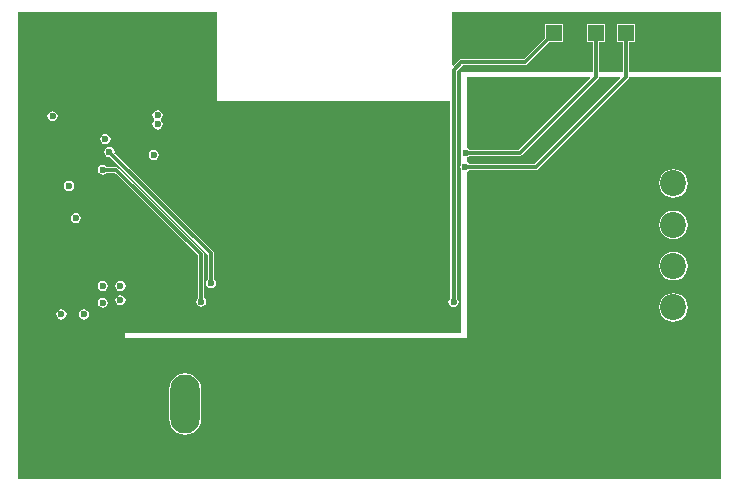
<source format=gbl>
G04*
G04 #@! TF.GenerationSoftware,Altium Limited,Altium Designer,21.2.1 (34)*
G04*
G04 Layer_Physical_Order=4*
G04 Layer_Color=16711680*
%FSLAX25Y25*%
%MOIN*%
G70*
G04*
G04 #@! TF.SameCoordinates,1D3D90CA-2CC7-45D0-A42F-5F1F34DB6ECE*
G04*
G04*
G04 #@! TF.FilePolarity,Positive*
G04*
G01*
G75*
%ADD53C,0.08661*%
%ADD54C,0.02362*%
%ADD55C,0.01181*%
%ADD59C,0.01968*%
%ADD60C,0.11811*%
%ADD61O,0.17717X0.08858*%
%ADD62O,0.08858X0.17717*%
%ADD63O,0.09843X0.19685*%
%ADD64R,0.05394X0.05394*%
%ADD65C,0.06299*%
G36*
X191653Y134459D02*
X167928Y110734D01*
X151544D01*
X151409Y110936D01*
X150853Y111308D01*
X150630Y111352D01*
Y134921D01*
X191462Y134921D01*
X191653Y134459D01*
D02*
G37*
G36*
X201653D02*
X173086Y105892D01*
X151386D01*
X151251Y106094D01*
X150695Y106465D01*
X150630Y106479D01*
Y108097D01*
X150853Y108141D01*
X151409Y108512D01*
X151544Y108714D01*
X168347D01*
X168733Y108791D01*
X169061Y109010D01*
X194376Y134325D01*
X194595Y134653D01*
X194648Y134921D01*
X201462D01*
X201653Y134459D01*
D02*
G37*
G36*
X235418Y136732D02*
X204671D01*
Y146509D01*
X206758D01*
Y152703D01*
X200565D01*
Y146509D01*
X202652D01*
Y136732D01*
X194671D01*
Y146509D01*
X196758D01*
Y152703D01*
X190565D01*
Y146509D01*
X192651D01*
Y136732D01*
X148740D01*
Y126102D01*
X148740D01*
Y110570D01*
X148613Y110380D01*
X148483Y109724D01*
X148613Y109069D01*
X148740Y108879D01*
Y105963D01*
X148456Y105538D01*
X148325Y104882D01*
X148456Y104226D01*
X148740Y103800D01*
Y100206D01*
Y95277D01*
Y90239D01*
X148740Y86251D01*
Y76816D01*
Y74236D01*
Y66911D01*
Y60341D01*
Y49685D01*
X67268D01*
Y49685D01*
X36654D01*
Y48031D01*
X150630D01*
X150630Y103285D01*
X150695Y103298D01*
X151251Y103670D01*
X151386Y103872D01*
X173504D01*
X173890Y103949D01*
X174218Y104168D01*
X204376Y134325D01*
X204594Y134653D01*
X204648Y134921D01*
X235418Y134921D01*
Y803D01*
X803D01*
Y156677D01*
X67268D01*
Y126929D01*
X145092Y126929D01*
Y61150D01*
X144890Y61015D01*
X144519Y60459D01*
X144388Y59803D01*
X144519Y59147D01*
X144890Y58591D01*
X145446Y58220D01*
X146102Y58089D01*
X146758Y58220D01*
X147314Y58591D01*
X147686Y59147D01*
X147816Y59803D01*
X147686Y60459D01*
X147314Y61015D01*
X147112Y61150D01*
Y136786D01*
X149159Y138833D01*
X169882D01*
X170268Y138909D01*
X170596Y139128D01*
X177977Y146509D01*
X182743D01*
Y152703D01*
X176549D01*
Y147938D01*
X169464Y140852D01*
X148740D01*
X148354Y140776D01*
X148026Y140557D01*
X146131Y138662D01*
X145669Y138853D01*
Y156677D01*
X235418D01*
Y136732D01*
D02*
G37*
%LPC*%
G36*
X12441Y123525D02*
X11785Y123395D01*
X11229Y123023D01*
X10857Y122467D01*
X10727Y121811D01*
X10857Y121155D01*
X11229Y120599D01*
X11785Y120228D01*
X12441Y120097D01*
X13097Y120228D01*
X13653Y120599D01*
X14025Y121155D01*
X14155Y121811D01*
X14025Y122467D01*
X13653Y123023D01*
X13097Y123395D01*
X12441Y123525D01*
D02*
G37*
G36*
X47480Y123840D02*
X46824Y123709D01*
X46268Y123338D01*
X45897Y122782D01*
X45766Y122126D01*
X45897Y121470D01*
X46268Y120914D01*
X46349Y120860D01*
Y120360D01*
X46268Y120307D01*
X45897Y119750D01*
X45766Y119095D01*
X45897Y118439D01*
X46268Y117883D01*
X46824Y117511D01*
X47480Y117380D01*
X48136Y117511D01*
X48692Y117883D01*
X49064Y118439D01*
X49194Y119095D01*
X49064Y119750D01*
X48692Y120307D01*
X48612Y120360D01*
Y120860D01*
X48692Y120914D01*
X49064Y121470D01*
X49194Y122126D01*
X49064Y122782D01*
X48692Y123338D01*
X48136Y123709D01*
X47480Y123840D01*
D02*
G37*
G36*
X30079Y115887D02*
X29423Y115757D01*
X28867Y115385D01*
X28495Y114829D01*
X28365Y114173D01*
X28495Y113517D01*
X28867Y112961D01*
X29423Y112590D01*
X30079Y112459D01*
X30735Y112590D01*
X31291Y112961D01*
X31662Y113517D01*
X31793Y114173D01*
X31662Y114829D01*
X31291Y115385D01*
X30735Y115757D01*
X30079Y115887D01*
D02*
G37*
G36*
X46181Y110651D02*
X45525Y110521D01*
X44969Y110149D01*
X44598Y109593D01*
X44467Y108937D01*
X44598Y108281D01*
X44969Y107725D01*
X45525Y107353D01*
X46181Y107223D01*
X46837Y107353D01*
X47393Y107725D01*
X47765Y108281D01*
X47895Y108937D01*
X47765Y109593D01*
X47393Y110149D01*
X46837Y110521D01*
X46181Y110651D01*
D02*
G37*
G36*
X17913Y100336D02*
X17257Y100206D01*
X16701Y99834D01*
X16330Y99278D01*
X16199Y98622D01*
X16330Y97966D01*
X16701Y97410D01*
X17257Y97039D01*
X17913Y96908D01*
X18569Y97039D01*
X19125Y97410D01*
X19497Y97966D01*
X19627Y98622D01*
X19497Y99278D01*
X19125Y99834D01*
X18569Y100206D01*
X17913Y100336D01*
D02*
G37*
G36*
X219409Y104181D02*
X218175Y104018D01*
X217024Y103542D01*
X216036Y102783D01*
X215277Y101795D01*
X214801Y100644D01*
X214638Y99410D01*
X214801Y98175D01*
X215277Y97024D01*
X216036Y96035D01*
X217024Y95277D01*
X218175Y94801D01*
X219409Y94638D01*
X220644Y94801D01*
X221795Y95277D01*
X222783Y96035D01*
X223542Y97024D01*
X224018Y98175D01*
X224181Y99410D01*
X224018Y100644D01*
X223542Y101795D01*
X222783Y102783D01*
X221795Y103542D01*
X220644Y104018D01*
X219409Y104181D01*
D02*
G37*
G36*
X20157Y89549D02*
X19502Y89418D01*
X18946Y89047D01*
X18574Y88491D01*
X18443Y87835D01*
X18574Y87179D01*
X18946Y86623D01*
X19502Y86251D01*
X20157Y86121D01*
X20813Y86251D01*
X21370Y86623D01*
X21741Y87179D01*
X21871Y87835D01*
X21741Y88491D01*
X21370Y89047D01*
X20813Y89418D01*
X20157Y89549D01*
D02*
G37*
G36*
X219409Y90401D02*
X218175Y90239D01*
X217024Y89762D01*
X216036Y89004D01*
X215277Y88016D01*
X214801Y86865D01*
X214638Y85630D01*
X214801Y84395D01*
X215277Y83244D01*
X216036Y82256D01*
X217024Y81498D01*
X218175Y81021D01*
X219409Y80858D01*
X220644Y81021D01*
X221795Y81498D01*
X222783Y82256D01*
X223542Y83244D01*
X224018Y84395D01*
X224181Y85630D01*
X224018Y86865D01*
X223542Y88016D01*
X222783Y89004D01*
X221795Y89762D01*
X220644Y90239D01*
X219409Y90401D01*
D02*
G37*
G36*
Y76622D02*
X218175Y76459D01*
X217024Y75983D01*
X216036Y75224D01*
X215277Y74236D01*
X214801Y73085D01*
X214638Y71850D01*
X214801Y70615D01*
X215277Y69465D01*
X216036Y68476D01*
X217024Y67718D01*
X218175Y67241D01*
X219409Y67079D01*
X220644Y67241D01*
X221795Y67718D01*
X222783Y68476D01*
X223542Y69465D01*
X224018Y70615D01*
X224181Y71850D01*
X224018Y73085D01*
X223542Y74236D01*
X222783Y75224D01*
X221795Y75983D01*
X220644Y76459D01*
X219409Y76622D01*
D02*
G37*
G36*
X31417Y111635D02*
X30761Y111505D01*
X30205Y111133D01*
X29834Y110577D01*
X29703Y109921D01*
X29834Y109265D01*
X30205Y108709D01*
X30761Y108338D01*
X31417Y108207D01*
X31656Y108255D01*
X64226Y75684D01*
Y67489D01*
X64024Y67354D01*
X63653Y66798D01*
X63522Y66142D01*
X63653Y65486D01*
X64024Y64930D01*
X64580Y64558D01*
X65236Y64428D01*
X65892Y64558D01*
X66448Y64930D01*
X66820Y65486D01*
X66950Y66142D01*
X66820Y66798D01*
X66448Y67354D01*
X66246Y67489D01*
Y76102D01*
X66169Y76489D01*
X65950Y76816D01*
X33084Y109683D01*
X33131Y109921D01*
X33001Y110577D01*
X32629Y111133D01*
X32073Y111505D01*
X31417Y111635D01*
D02*
G37*
G36*
X35079Y66911D02*
X34423Y66780D01*
X33867Y66409D01*
X33495Y65853D01*
X33365Y65197D01*
X33495Y64541D01*
X33867Y63985D01*
X34423Y63613D01*
X35079Y63483D01*
X35735Y63613D01*
X36291Y63985D01*
X36662Y64541D01*
X36793Y65197D01*
X36662Y65853D01*
X36291Y66409D01*
X35735Y66780D01*
X35079Y66911D01*
D02*
G37*
G36*
X29173D02*
X28517Y66780D01*
X27961Y66409D01*
X27590Y65853D01*
X27459Y65197D01*
X27590Y64541D01*
X27961Y63985D01*
X28517Y63613D01*
X29173Y63483D01*
X29829Y63613D01*
X30385Y63985D01*
X30757Y64541D01*
X30887Y65197D01*
X30757Y65853D01*
X30385Y66409D01*
X29829Y66780D01*
X29173Y66911D01*
D02*
G37*
G36*
X35079Y62186D02*
X34423Y62056D01*
X33867Y61684D01*
X33495Y61128D01*
X33365Y60472D01*
X33495Y59816D01*
X33867Y59260D01*
X34423Y58889D01*
X35079Y58758D01*
X35735Y58889D01*
X36291Y59260D01*
X36662Y59816D01*
X36793Y60472D01*
X36662Y61128D01*
X36291Y61684D01*
X35735Y62056D01*
X35079Y62186D01*
D02*
G37*
G36*
X29173Y105730D02*
X28517Y105599D01*
X27961Y105228D01*
X27590Y104672D01*
X27459Y104016D01*
X27590Y103360D01*
X27961Y102804D01*
X28517Y102432D01*
X29173Y102302D01*
X29829Y102432D01*
X30385Y102804D01*
X30520Y103006D01*
X33282D01*
X60840Y75448D01*
Y61216D01*
X60835Y61212D01*
X60464Y60656D01*
X60333Y60000D01*
X60464Y59344D01*
X60835Y58788D01*
X61391Y58416D01*
X62047Y58286D01*
X62703Y58416D01*
X63259Y58788D01*
X63631Y59344D01*
X63761Y60000D01*
X63631Y60656D01*
X63259Y61212D01*
X62860Y61479D01*
Y75866D01*
X62783Y76253D01*
X62564Y76580D01*
X34415Y104730D01*
X34087Y104949D01*
X33701Y105026D01*
X30520D01*
X30385Y105228D01*
X29829Y105599D01*
X29173Y105730D01*
D02*
G37*
G36*
Y61399D02*
X28517Y61269D01*
X27961Y60897D01*
X27590Y60341D01*
X27459Y59685D01*
X27590Y59029D01*
X27961Y58473D01*
X28517Y58101D01*
X29173Y57971D01*
X29829Y58101D01*
X30385Y58473D01*
X30757Y59029D01*
X30887Y59685D01*
X30757Y60341D01*
X30385Y60897D01*
X29829Y61269D01*
X29173Y61399D01*
D02*
G37*
G36*
X22874Y57462D02*
X22218Y57332D01*
X21662Y56960D01*
X21291Y56404D01*
X21160Y55748D01*
X21291Y55092D01*
X21662Y54536D01*
X22218Y54164D01*
X22874Y54034D01*
X23530Y54164D01*
X24086Y54536D01*
X24458Y55092D01*
X24588Y55748D01*
X24458Y56404D01*
X24086Y56960D01*
X23530Y57332D01*
X22874Y57462D01*
D02*
G37*
G36*
X15394D02*
X14738Y57332D01*
X14182Y56960D01*
X13810Y56404D01*
X13680Y55748D01*
X13810Y55092D01*
X14182Y54536D01*
X14738Y54164D01*
X15394Y54034D01*
X16050Y54164D01*
X16606Y54536D01*
X16977Y55092D01*
X17108Y55748D01*
X16977Y56404D01*
X16606Y56960D01*
X16050Y57332D01*
X15394Y57462D01*
D02*
G37*
G36*
X219409Y62842D02*
X218175Y62680D01*
X217024Y62203D01*
X216036Y61445D01*
X215277Y60457D01*
X214801Y59306D01*
X214638Y58071D01*
X214801Y56836D01*
X215277Y55685D01*
X216036Y54697D01*
X217024Y53939D01*
X218175Y53462D01*
X219409Y53299D01*
X220644Y53462D01*
X221795Y53939D01*
X222783Y54697D01*
X223542Y55685D01*
X224018Y56836D01*
X224181Y58071D01*
X224018Y59306D01*
X223542Y60457D01*
X222783Y61445D01*
X221795Y62203D01*
X220644Y62680D01*
X219409Y62842D01*
D02*
G37*
G36*
X56630Y36243D02*
X55241Y36060D01*
X53947Y35524D01*
X52835Y34671D01*
X51982Y33559D01*
X51446Y32265D01*
X51263Y30876D01*
Y21033D01*
X51446Y19644D01*
X51982Y18349D01*
X52835Y17238D01*
X53947Y16385D01*
X55241Y15849D01*
X56630Y15666D01*
X58020Y15849D01*
X59314Y16385D01*
X60426Y17238D01*
X61278Y18349D01*
X61815Y19644D01*
X61998Y21033D01*
Y30876D01*
X61815Y32265D01*
X61278Y33559D01*
X60426Y34671D01*
X59314Y35524D01*
X58020Y36060D01*
X56630Y36243D01*
D02*
G37*
%LPD*%
D53*
X219409Y99410D02*
D03*
Y85630D02*
D03*
Y71850D02*
D03*
Y58071D02*
D03*
D54*
X46181Y108937D02*
D03*
X47480Y122126D02*
D03*
Y119095D02*
D03*
X220473Y124016D02*
D03*
X227362Y110236D02*
D03*
Y82677D02*
D03*
Y55118D02*
D03*
X220473Y41339D02*
D03*
X227362Y27559D02*
D03*
X220473Y13780D02*
D03*
X206693Y124016D02*
D03*
Y96457D02*
D03*
Y68898D02*
D03*
X213583Y27559D02*
D03*
X206693Y13780D02*
D03*
X192913Y96457D02*
D03*
X199803Y55118D02*
D03*
X192913Y13780D02*
D03*
X179134Y96457D02*
D03*
X186024Y55118D02*
D03*
X179134Y13780D02*
D03*
X165354Y96457D02*
D03*
X172244Y55118D02*
D03*
X165354Y41339D02*
D03*
Y13780D02*
D03*
X158465Y55118D02*
D03*
X151575Y13780D02*
D03*
X144685Y55118D02*
D03*
Y27559D02*
D03*
X137795Y13780D02*
D03*
X124016Y124016D02*
D03*
X130905Y110236D02*
D03*
X124016Y96457D02*
D03*
X130905Y82677D02*
D03*
X124016Y68898D02*
D03*
Y41339D02*
D03*
X130905Y27559D02*
D03*
X124016Y13780D02*
D03*
X110236Y124016D02*
D03*
X117126Y110236D02*
D03*
Y82677D02*
D03*
X110236Y68898D02*
D03*
Y41339D02*
D03*
X117126Y27559D02*
D03*
X110236Y13780D02*
D03*
X96457Y124016D02*
D03*
X103347Y110236D02*
D03*
Y82677D02*
D03*
X96457Y68898D02*
D03*
Y41339D02*
D03*
X103347Y27559D02*
D03*
X96457Y13780D02*
D03*
X82677Y124016D02*
D03*
X89567Y110236D02*
D03*
X82677Y96457D02*
D03*
X89567Y82677D02*
D03*
X82677Y68898D02*
D03*
Y41339D02*
D03*
X89567Y27559D02*
D03*
X82677Y13780D02*
D03*
X75787Y55118D02*
D03*
X68898Y41339D02*
D03*
X75787Y27559D02*
D03*
X62008Y137795D02*
D03*
Y110236D02*
D03*
X55118Y96457D02*
D03*
X62008Y55118D02*
D03*
X55118Y41339D02*
D03*
Y13780D02*
D03*
X48228Y137795D02*
D03*
X41339Y124016D02*
D03*
X48228Y82677D02*
D03*
Y55118D02*
D03*
X41339Y41339D02*
D03*
X48228Y27559D02*
D03*
X41339Y13780D02*
D03*
X27559Y124016D02*
D03*
Y96457D02*
D03*
Y41339D02*
D03*
Y13780D02*
D03*
X20669Y137795D02*
D03*
X13780Y96457D02*
D03*
X20669Y82677D02*
D03*
X13780Y41339D02*
D03*
X20669Y27559D02*
D03*
X13780Y13780D02*
D03*
X35079Y60472D02*
D03*
Y65197D02*
D03*
X29173D02*
D03*
Y59685D02*
D03*
X22874Y55748D02*
D03*
X15394D02*
D03*
X17913Y98622D02*
D03*
X150315Y146653D02*
D03*
X150039Y104882D02*
D03*
X150197Y109724D02*
D03*
X146102Y59803D02*
D03*
X29173Y104016D02*
D03*
X62047Y60000D02*
D03*
X31417Y109921D02*
D03*
X30079Y114173D02*
D03*
X65236Y66142D02*
D03*
X12441Y121811D02*
D03*
X20157Y87835D02*
D03*
D55*
X203661Y135039D02*
Y149606D01*
X173504Y104882D02*
X203661Y135039D01*
X168347Y109724D02*
X193661Y135039D01*
Y149606D01*
X150197Y109724D02*
X168347D01*
X169882Y139842D02*
X179646Y149606D01*
X148740Y139842D02*
X169882D01*
X146102Y137205D02*
X148740Y139842D01*
X150039Y104882D02*
X173504D01*
X146102Y59803D02*
Y137205D01*
X33701Y104016D02*
X61850Y75866D01*
Y60197D02*
X62047Y60000D01*
X61850Y60197D02*
Y75866D01*
X29173Y104016D02*
X33701D01*
X31417Y109921D02*
X65236Y76102D01*
Y66142D02*
Y76102D01*
D59*
X105344Y88130D02*
D03*
X98120D02*
D03*
X108957Y91742D02*
D03*
X101732D02*
D03*
X94508D02*
D03*
X105344Y95354D02*
D03*
X98120D02*
D03*
X108957Y98966D02*
D03*
X101732D02*
D03*
X94508D02*
D03*
X105344Y102579D02*
D03*
X98120D02*
D03*
D60*
X226378Y148228D02*
D03*
Y10433D02*
D03*
X72756D02*
D03*
D61*
X44819Y7450D02*
D03*
D62*
X33008Y25954D02*
D03*
D63*
X56630D02*
D03*
D64*
X179646Y149606D02*
D03*
X169646D02*
D03*
X213661D02*
D03*
X203661D02*
D03*
X193661D02*
D03*
D65*
X160313Y20617D02*
D03*
Y59857D02*
D03*
X160118Y98898D02*
D03*
M02*

</source>
